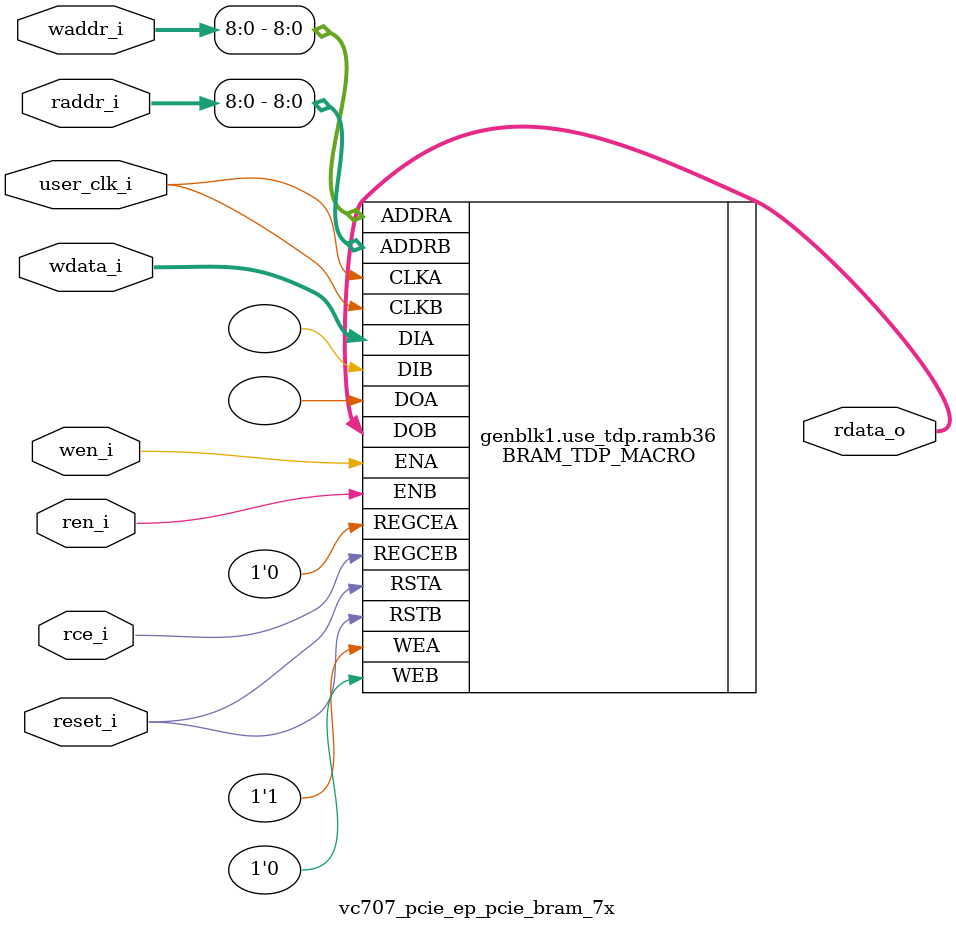
<source format=v>

`timescale 1ps/1ps

(* DowngradeIPIdentifiedWarnings = "yes" *)
module vc707_pcie_ep_pcie_bram_7x
  #(
    parameter [3:0]  LINK_CAP_MAX_LINK_SPEED = 4'h1,        // PCIe Link Speed : 1 - 2.5 GT/s; 2 - 5.0 GT/s
    parameter [5:0]  LINK_CAP_MAX_LINK_WIDTH = 6'h08,       // PCIe Link Width : 1 / 2 / 4 / 8
    parameter IMPL_TARGET = "HARD",                         // the implementation target : HARD, SOFT
    parameter DOB_REG = 0,                                  // 1 - use the output register;
                                                            // 0 - don't use the output register
    parameter WIDTH = 0                                     // supported WIDTH's : 4, 9, 18, 36 - uses RAMB36
                                                            //                     72 - uses RAMB36SDP
    )
    (
     input               user_clk_i,// user clock
     input               reset_i,   // bram reset

     input               wen_i,     // write enable
     input [12:0]        waddr_i,   // write address
     input [WIDTH - 1:0] wdata_i,   // write data

     input               ren_i,     // read enable
     input               rce_i,     // output register clock enable
     input [12:0]        raddr_i,   // read address

     output [WIDTH - 1:0] rdata_o   // read data
     );

   // map the address bits
   localparam ADDR_MSB = ((WIDTH == 4)  ? 12 :
                          (WIDTH == 9)  ? 11 :
                          (WIDTH == 18) ? 10 :
                          (WIDTH == 36) ?  9 :
                                           8
                          );

   // set the width of the tied off low address bits
   localparam ADDR_LO_BITS = ((WIDTH == 4)  ? 2 :
                              (WIDTH == 9)  ? 3 :
                              (WIDTH == 18) ? 4 :
                              (WIDTH == 36) ? 5 :
                                              0 // for WIDTH 72 use RAMB36SDP
                              );

   // map the data bits
   localparam D_MSB =  ((WIDTH == 4)  ?  3 :
                        (WIDTH == 9)  ?  7 :
                        (WIDTH == 18) ? 15 :
                        (WIDTH == 36) ? 31 :
                                        63
                        );

   // map the data parity bits
   localparam DP_LSB =  D_MSB + 1;

   localparam DP_MSB =  ((WIDTH == 4)  ? 4 :
                         (WIDTH == 9)  ? 8 :
                         (WIDTH == 18) ? 17 :
                         (WIDTH == 36) ? 35 :
                                         71
                        );

   localparam DPW = DP_MSB - DP_LSB + 1;
   localparam WRITE_MODE = ((WIDTH == 72) && (!((LINK_CAP_MAX_LINK_SPEED == 4'h2) && (LINK_CAP_MAX_LINK_WIDTH == 6'h08)))) ? "WRITE_FIRST" :
                           ((LINK_CAP_MAX_LINK_SPEED == 4'h2) && (LINK_CAP_MAX_LINK_WIDTH == 6'h08)) ? "WRITE_FIRST" : "NO_CHANGE";

   localparam DEVICE = (IMPL_TARGET == "HARD") ? "7SERIES" : "VIRTEX6";
   localparam BRAM_SIZE = "36Kb";

   localparam WE_WIDTH =(DEVICE == "VIRTEX5" || DEVICE == "VIRTEX6" || DEVICE == "7SERIES") ?
                            ((WIDTH <= 9) ? 1 :
                             (WIDTH > 9 && WIDTH <= 18) ? 2 :
                             (WIDTH > 18 && WIDTH <= 36) ? 4 :
                             (WIDTH > 36 && WIDTH <= 72) ? 8 :
                             (BRAM_SIZE == "18Kb") ? 4 : 8 ) : 8;

   //synthesis translate_off
   initial begin
      //$display("[%t] %m DOB_REG %0d WIDTH %0d ADDR_MSB %0d ADDR_LO_BITS %0d DP_MSB %0d DP_LSB %0d D_MSB %0d",
      //          $time, DOB_REG,   WIDTH,    ADDR_MSB,    ADDR_LO_BITS,    DP_MSB,    DP_LSB,    D_MSB);

      case (WIDTH)
        4,9,18,36,72:;
        default:
          begin
             $display("[%t] %m Error WIDTH %0d not supported", $time, WIDTH);
             $finish;
          end
      endcase // case (WIDTH)
   end
   //synthesis translate_on

   generate
   if ((LINK_CAP_MAX_LINK_WIDTH == 6'h08 && LINK_CAP_MAX_LINK_SPEED == 4'h2) || (WIDTH == 72)) begin : use_sdp
        BRAM_SDP_MACRO #(
               .DEVICE        (DEVICE),
               .BRAM_SIZE     (BRAM_SIZE),
               .DO_REG        (DOB_REG),
               .READ_WIDTH    (WIDTH),
               .WRITE_WIDTH   (WIDTH),
               .WRITE_MODE    (WRITE_MODE)
               )
        ramb36sdp(
               .DO             (rdata_o[WIDTH-1:0]),
               .DI             (wdata_i[WIDTH-1:0]),
               .RDADDR         (raddr_i[ADDR_MSB:0]),
               .RDCLK          (user_clk_i),
               .RDEN           (ren_i),
               .REGCE          (rce_i),
               .RST            (reset_i),
               .WE             ({WE_WIDTH{1'b1}}),
               .WRADDR         (waddr_i[ADDR_MSB:0]),
               .WRCLK          (user_clk_i),
               .WREN           (wen_i)
               );

    end  // block: use_sdp
    else if (WIDTH <= 36) begin : use_tdp
    // use RAMB36's if the width is 4, 9, 18, or 36
        BRAM_TDP_MACRO #(
               .DEVICE        (DEVICE),
               .BRAM_SIZE     (BRAM_SIZE),
               .DOA_REG       (0),
               .DOB_REG       (DOB_REG),
               .READ_WIDTH_A  (WIDTH),
               .READ_WIDTH_B  (WIDTH),
               .WRITE_WIDTH_A (WIDTH),
               .WRITE_WIDTH_B (WIDTH),
               .WRITE_MODE_A  (WRITE_MODE)
               )
        ramb36(
               .DOA            (),
               .DOB            (rdata_o[WIDTH-1:0]),
               .ADDRA          (waddr_i[ADDR_MSB:0]),
               .ADDRB          (raddr_i[ADDR_MSB:0]),
               .CLKA           (user_clk_i),
               .CLKB           (user_clk_i),
               .DIA            (wdata_i[WIDTH-1:0]),
               .DIB            ({WIDTH{1'b0}}),
               .ENA            (wen_i),
               .ENB            (ren_i),
               .REGCEA         (1'b0),
               .REGCEB         (rce_i),
               .RSTA           (reset_i),
               .RSTB           (reset_i),
               .WEA            ({WE_WIDTH{1'b1}}),
               .WEB            ({WE_WIDTH{1'b0}})
               );
   end // block: use_tdp
   endgenerate

endmodule // pcie_bram_7x


</source>
